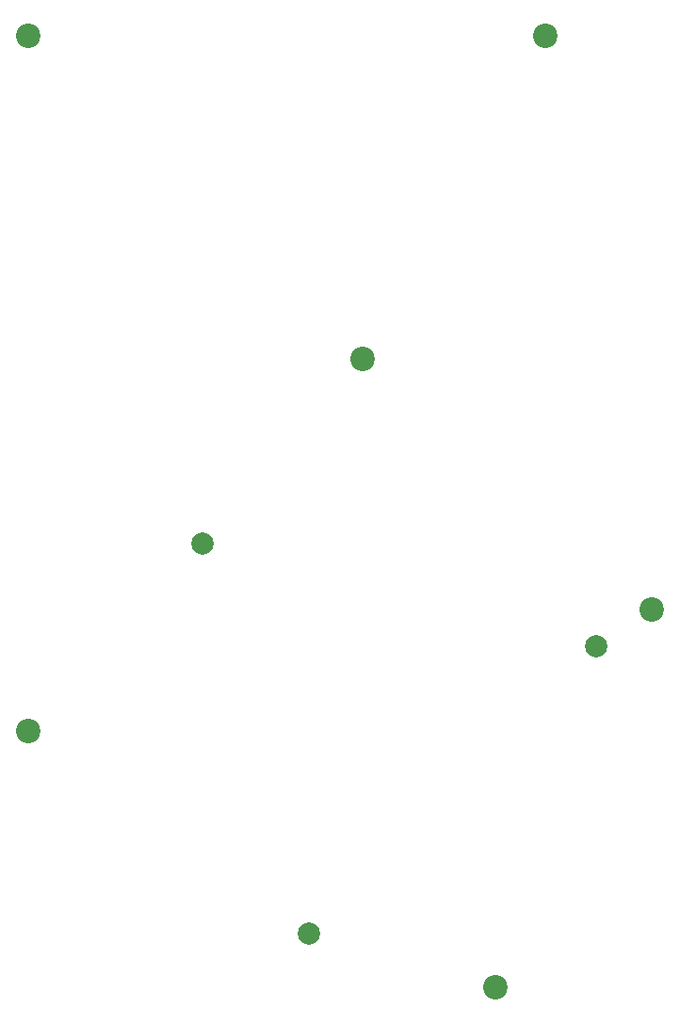
<source format=gbr>
%TF.GenerationSoftware,KiCad,Pcbnew,8.0.7*%
%TF.CreationDate,2025-01-02T14:29:25-06:00*%
%TF.ProjectId,fuckball-bottom,6675636b-6261-46c6-9c2d-626f74746f6d,rev?*%
%TF.SameCoordinates,Original*%
%TF.FileFunction,Soldermask,Top*%
%TF.FilePolarity,Negative*%
%FSLAX46Y46*%
G04 Gerber Fmt 4.6, Leading zero omitted, Abs format (unit mm)*
G04 Created by KiCad (PCBNEW 8.0.7) date 2025-01-02 14:29:25*
%MOMM*%
%LPD*%
G01*
G04 APERTURE LIST*
%ADD10C,2.000000*%
%ADD11C,2.200000*%
G04 APERTURE END LIST*
D10*
%TO.C,Aball_Frame_34MM2*%
X189696699Y-121652543D03*
X180150758Y-86650758D03*
X215506097Y-95843146D03*
%TD*%
D11*
%TO.C,REF\u002A\u002A*%
X220500000Y-92500000D03*
%TD*%
%TO.C,REF\u002A\u002A*%
X164500000Y-41000000D03*
%TD*%
%TO.C,REF\u002A\u002A*%
X194500000Y-70000000D03*
%TD*%
%TO.C,REF\u002A\u002A*%
X164500000Y-103500000D03*
%TD*%
%TO.C,REF\u002A\u002A*%
X211000000Y-41000000D03*
%TD*%
%TO.C,REF\u002A\u002A*%
X206500000Y-126500000D03*
%TD*%
M02*

</source>
